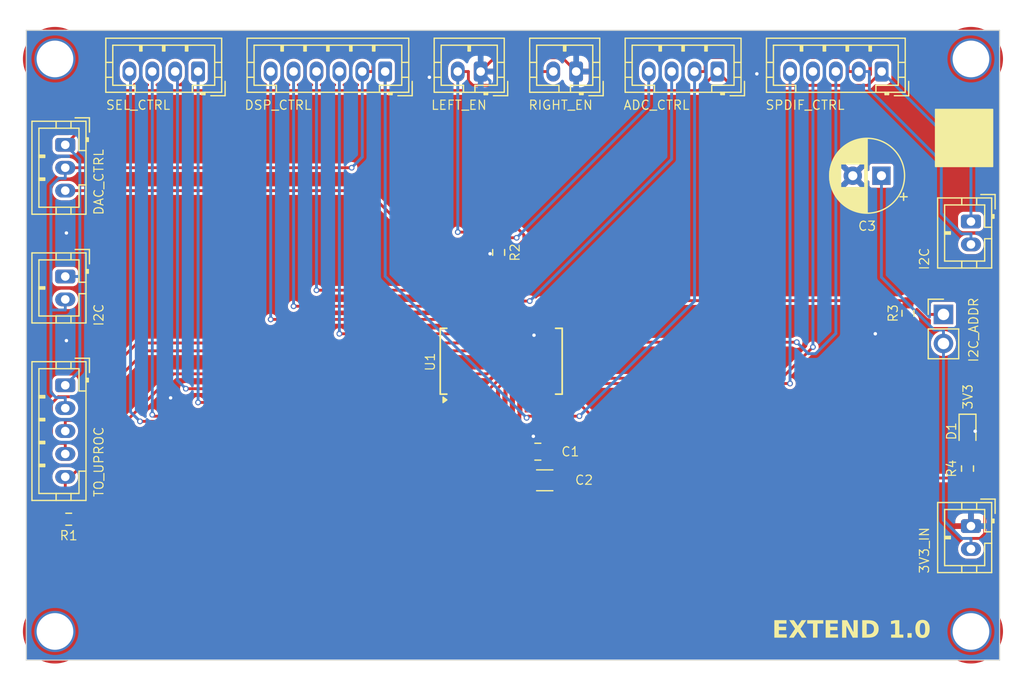
<source format=kicad_pcb>
(kicad_pcb (version 20240108) (generator "pcbnew") (generator_version "8.0")
  (layers (0 "F.Cu" signal) (31 "B.Cu" signal) (34 "B.Paste" user) (35 "F.Paste" user) (36 "B.SilkS" user "B.Silkscreen") (37 "F.SilkS" user "F.Silkscreen") (38 "B.Mask" user) (39 "F.Mask" user) (44 "Edge.Cuts" user))
  (net 0 "")
  (net 1 "GND")
  (net 2 "3V3")
  (net 3 "Net-(D1-A)")
  (net 5 "SCL")
  (net 6 "SDA")
  (net 8 "ADC_GPIO1")
  (net 9 "ADC_INT")
  (net 10 "A2")
  (net 11 "INTB")
  (net 12 "INTA")
  (net 13 "SPDIF_RESET")
  (net 14 "CHANSEL2")
  (net 15 "CHANSEL1")
  (net 16 "CHAN_EN")
  (net 17 "CHANSEL3")
  (net 18 "DSP_EN3")
  (net 19 "DSP_EN2")
  (net 20 "DSP_EN1")
  (net 21 "RESET")
  (net 22 "SPDIF_INT1")
  (net 23 "SPDIF_INT2")
  (net 24 "DSP_BOOT")
  (net 26 "MONOBLOCK_ENABLE")
  (net 27 "DAC_XSMT")
  (footprint "Connector_JST:JST_PH_B6B-PH-K_1x06_P2.00mm_Vertical" (layer "F.Cu") (at 117.24 67.1 180)
    (property "Reference" "J4" (hide yes))
    (property "Value" "Conn_01x06_Pin")
    (pad "1" thru_hole roundrect (at 0 0 180) (size 1.2 1.75) (drill 0.75) (layers "*.Cu" "*.Mask") (roundrect_rratio 0.208333) (net 5 "SCL"))
    (pad "2" thru_hole oval (at 2 0 180) (size 1.2 1.75) (drill 0.75) (layers "*.Cu" "*.Mask") (net 6 "SDA"))
    (pad "3" thru_hole oval (at 4 0 180) (size 1.2 1.75) (drill 0.75) (layers "*.Cu" "*.Mask") (net 20 "DSP_EN1"))
    (pad "4" thru_hole oval (at 6 0 180) (size 1.2 1.75) (drill 0.75) (layers "*.Cu" "*.Mask") (net 19 "DSP_EN2"))
    (pad "5" thru_hole oval (at 8 0 180) (size 1.2 1.75) (drill 0.75) (layers "*.Cu" "*.Mask") (net 18 "DSP_EN3"))
    (pad "6" thru_hole oval (at 10 0 180) (size 1.2 1.75) (drill 0.75) (layers "*.Cu" "*.Mask") (net 24 "DSP_BOOT"))
  )
  (footprint "Connector_JST:JST_PH_B5B-PH-K_1x05_P2.00mm_Vertical" (layer "F.Cu") (at 89.3 94.5 -90)
    (property "Reference" "J2" (hide yes))
    (property "Value" "Conn_01x05_Pin")
    (pad "1" thru_hole roundrect (at 0 0 270) (size 1.2 1.75) (drill 0.75) (layers "*.Cu" "*.Mask") (roundrect_rratio 0.2083333333) (net 5 "SCL"))
    (pad "2" thru_hole oval (at 2 0 270) (size 1.2 1.75) (drill 0.75) (layers "*.Cu" "*.Mask") (net 6 "SDA"))
    (pad "3" thru_hole oval (at 4 0 270) (size 1.2 1.75) (drill 0.75) (layers "*.Cu" "*.Mask") (net 11 "INTB"))
    (pad "4" thru_hole oval (at 6 0 270) (size 1.2 1.75) (drill 0.75) (layers "*.Cu" "*.Mask") (net 12 "INTA"))
    (pad "5" thru_hole oval (at 8 0 270) (size 1.2 1.75) (drill 0.75) (layers "*.Cu" "*.Mask") (net 21 "RESET"))
  )
  (footprint "Capacitor_THT:CP_Radial_D6.3mm_P2.50mm" (layer "F.Cu") (at 160.5824 76.2 180)
    (property "Reference" "C3" (at 1.25 -4.4 0) (layer "F.SilkS") (effects (font (size 0.8 0.8) (thickness 0.1))))
    (property "Value" "470u 10V")
    (pad "1" thru_hole rect (at 0 0 180) (size 1.6 1.6) (drill 0.8) (layers "*.Cu" "*.Mask") (net 2 "3V3"))
    (pad "2" thru_hole circle (at 2.5 0 180) (size 1.6 1.6) (drill 0.8) (layers "*.Cu" "*.Mask") (net 1 "GND"))
  )
  (footprint "MountingHole:MountingHole_3.2mm_M3_DIN965_Pad_TopOnly" (layer "F.Cu") (at 88.4 66 90)
    (property "Reference" "H1" (hide yes))
    (property "Value" "MountingHole")
    (pad "1" thru_hole circle (at 0 0 90) (size 3.6 3.6) (drill 3.2) (layers "*.Cu" "*.Mask"))
    (pad "1" connect circle (at 0 0 90) (size 5.6 5.6) (layers "F.Cu" "F.Mask"))
  )
  (footprint "MountingHole:MountingHole_3.2mm_M3_DIN965_Pad_TopOnly" (layer "F.Cu") (at 88.4 116 90)
    (property "Reference" "H2" (hide yes))
    (property "Value" "MountingHole")
    (pad "1" thru_hole circle (at 0 0 90) (size 3.6 3.6) (drill 3.2) (layers "*.Cu" "*.Mask"))
    (pad "1" connect circle (at 0 0 90) (size 5.6 5.6) (layers "F.Cu" "F.Mask"))
  )
  (footprint "MountingHole:MountingHole_3.2mm_M3_DIN965_Pad_TopOnly" (layer "F.Cu") (at 168.4 66 90)
    (property "Reference" "H3" (hide yes))
    (property "Value" "MountingHole")
    (pad "1" thru_hole circle (at 0 0 90) (size 3.6 3.6) (drill 3.2) (layers "*.Cu" "*.Mask"))
    (pad "1" connect circle (at 0 0 90) (size 5.6 5.6) (layers "F.Cu" "F.Mask"))
  )
  (footprint "Connector_JST:JST_PH_B2B-PH-K_1x02_P2.00mm_Vertical" (layer "F.Cu") (at 89.3 85 -90)
    (property "Reference" "J1" (hide yes))
    (property "Value" "Conn_01x02_Male")
    (pad "1" thru_hole roundrect (at 0 0 270) (size 1.2 1.75) (drill 0.75) (layers "*.Cu" "*.Mask") (roundrect_rratio 0.208333) (net 5 "SCL"))
    (pad "2" thru_hole oval (at 2 0 270) (size 1.2 1.75) (drill 0.75) (layers "*.Cu" "*.Mask") (net 6 "SDA"))
  )
  (footprint "Connector_JST:JST_PH_B5B-PH-K_1x05_P2.00mm_Vertical" (layer "F.Cu") (at 160.6 67.1 180)
    (property "Reference" "J8" (hide yes))
    (property "Value" "Conn_01x05_Pin")
    (pad "1" thru_hole roundrect (at 0 0 180) (size 1.2 1.75) (drill 0.75) (layers "*.Cu" "*.Mask") (roundrect_rratio 0.208333) (net 5 "SCL"))
    (pad "2" thru_hole oval (at 2 0 180) (size 1.2 1.75) (drill 0.75) (layers "*.Cu" "*.Mask") (net 6 "SDA"))
    (pad "3" thru_hole oval (at 4 0 180) (size 1.2 1.75) (drill 0.75) (layers "*.Cu" "*.Mask") (net 22 "SPDIF_INT1"))
    (pad "4" thru_hole oval (at 6 0 180) (size 1.2 1.75) (drill 0.75) (layers "*.Cu" "*.Mask") (net 23 "SPDIF_INT2"))
    (pad "5" thru_hole oval (at 8 0 180) (size 1.2 1.75) (drill 0.75) (layers "*.Cu" "*.Mask") (net 13 "SPDIF_RESET"))
  )
  (footprint "Connector_JST:JST_PH_B4B-PH-K_1x04_P2.00mm_Vertical" (layer "F.Cu") (at 100.9 67.1 180)
    (property "Reference" "J3" (hide yes))
    (property "Value" "Conn_01x04_Pin")
    (pad "1" thru_hole roundrect (at 0 0 180) (size 1.2 1.75) (drill 0.75) (layers "*.Cu" "*.Mask") (roundrect_rratio 0.208333) (net 15 "CHANSEL1"))
    (pad "2" thru_hole oval (at 2 0 180) (size 1.2 1.75) (drill 0.75) (layers "*.Cu" "*.Mask") (net 14 "CHANSEL2"))
    (pad "3" thru_hole oval (at 4 0 180) (size 1.2 1.75) (drill 0.75) (layers "*.Cu" "*.Mask") (net 17 "CHANSEL3"))
    (pad "4" thru_hole oval (at 6 0 180) (size 1.2 1.75) (drill 0.75) (layers "*.Cu" "*.Mask") (net 16 "CHAN_EN"))
  )
  (footprint "Connector_JST:JST_PH_B2B-PH-K_1x02_P2.00mm_Vertical" (layer "F.Cu") (at 125.58 67.1 180)
    (property "Reference" "J5" (hide yes))
    (property "Value" "Conn_01x02_Male")
    (pad "1" thru_hole roundrect (at 0 0 180) (size 1.2 1.75) (drill 0.75) (layers "*.Cu" "*.Mask") (roundrect_rratio 0.208333) (net 1 "GND"))
    (pad "2" thru_hole oval (at 2 0 180) (size 1.2 1.75) (drill 0.75) (layers "*.Cu" "*.Mask") (net 26 "MONOBLOCK_ENABLE"))
  )
  (footprint "Connector_JST:JST_PH_B4B-PH-K_1x04_P2.00mm_Vertical" (layer "F.Cu") (at 146.26 67.1 180)
    (property "Reference" "J7" (hide yes))
    (property "Value" "Conn_01x04_Pin")
    (pad "1" thru_hole roundrect (at 0 0 180) (size 1.2 1.75) (drill 0.75) (layers "*.Cu" "*.Mask") (roundrect_rratio 0.208333) (net 5 "SCL"))
    (pad "2" thru_hole oval (at 2 0 180) (size 1.2 1.75) (drill 0.75) (layers "*.Cu" "*.Mask") (net 6 "SDA"))
    (pad "3" thru_hole oval (at 4 0 180) (size 1.2 1.75) (drill 0.75) (layers "*.Cu" "*.Mask") (net 8 "ADC_GPIO1"))
    (pad "4" thru_hole oval (at 6 0 180) (size 1.2 1.75) (drill 0.75) (layers "*.Cu" "*.Mask") (net 9 "ADC_INT"))
  )
  (footprint "Resistor_SMD:R_0603_1608Metric_Pad0.98x0.95mm_HandSolder" (layer "F.Cu") (at 127.15 82.9 -90)
    (property "Reference" "R2" (at 0 -1.43 90) (layer "F.SilkS") (effects (font (size 0.8 0.8) (thickness 0.1))))
    (property "Value" "4.7K")
    (pad "1" smd roundrect (at -0.9125 0 270) (size 0.975 0.95) (layers "F.Cu" "F.Paste" "F.Mask") (net 1 "GND"))
    (pad "2" smd roundrect (at 0.9125 0 270) (size 0.975 0.95) (layers "F.Cu" "F.Paste" "F.Mask") (net 26 "MONOBLOCK_ENABLE"))
  )
  (footprint "Resistor_SMD:R_0603_1608Metric" (layer "F.Cu") (at 168.1 101.775 -90)
    (property "Reference" "R4" (at 0 1.4 90) (layer "F.SilkS") (effects (font (size 0.8 0.8) (thickness 0.1))))
    (property "Value" "150R")
    (pad "1" smd roundrect (at -0.825 0 270) (size 0.8 0.95) (layers "F.Cu" "F.Paste" "F.Mask") (net 3 "Net-(D1-A)"))
    (pad "2" smd roundrect (at 0.825 0 270) (size 0.8 0.95) (layers "F.Cu" "F.Paste" "F.Mask") (net 2 "3V3"))
  )
  (footprint "Connector_JST:JST_PH_B2B-PH-K_1x02_P2.00mm_Vertical" (layer "F.Cu") (at 168.4 80.2 -90)
    (property "Reference" "J10" (hide yes))
    (property "Value" "Conn_01x02_Male")
    (pad "1" thru_hole roundrect (at 0 0 270) (size 1.2 1.75) (drill 0.75) (layers "*.Cu" "*.Mask") (roundrect_rratio 0.208333) (net 5 "SCL"))
    (pad "2" thru_hole oval (at 2 0 270) (size 1.2 1.75) (drill 0.75) (layers "*.Cu" "*.Mask") (net 6 "SDA"))
  )
  (footprint "Connector_JST:JST_PH_B2B-PH-K_1x02_P2.00mm_Vertical" (layer "F.Cu") (at 133.92 67.1 180)
    (property "Reference" "J6" (hide yes))
    (property "Value" "Conn_01x02_Male")
    (pad "1" thru_hole roundrect (at 0 0 180) (size 1.2 1.75) (drill 0.75) (layers "*.Cu" "*.Mask") (roundrect_rratio 0.208333) (net 1 "GND"))
    (pad "2" thru_hole oval (at 2 0 180) (size 1.2 1.75) (drill 0.75) (layers "*.Cu" "*.Mask") (net 26 "MONOBLOCK_ENABLE"))
  )
  (footprint "Capacitor_SMD:C_0805_2012Metric_Pad1.18x1.45mm_HandSolder" (layer "F.Cu") (at 130.575 100.3 180)
    (property "Reference" "C1" (at -2.8375 0 0) (layer "F.SilkS") (effects (font (size 0.8 0.8) (thickness 0.1))))
    (property "Value" "0.1u")
    (pad "1" smd roundrect (at -1.0375 0 180) (size 1.175 1.45) (layers "F.Cu" "F.Paste" "F.Mask") (roundrect_rratio 0.2127659574) (net 1 "GND"))
    (pad "2" smd roundrect (at 1.0375 0 180) (size 1.175 1.45) (layers "F.Cu" "F.Paste" "F.Mask") (roundrect_rratio 0.2127659574) (net 2 "3V3"))
  )
  (footprint "Connector_JST:JST_PH_B2B-PH-K_1x02_P2.00mm_Vertical" (layer "F.Cu") (at 168.4 106.8 -90)
    (property "Reference" "J11" (hide yes))
    (property "Value" "Conn_01x02_Pin")
    (pad "1" thru_hole roundrect (at 0 0 270) (size 1.2 1.75) (drill 0.75) (layers "*.Cu" "*.Mask") (roundrect_rratio 0.208333) (net 1 "GND"))
    (pad "2" thru_hole oval (at 2 0 270) (size 1.2 1.75) (drill 0.75) (layers "*.Cu" "*.Mask") (net 2 "3V3"))
  )
  (footprint "Resistor_SMD:R_0603_1608Metric_Pad0.98x0.95mm_HandSolder" (layer "F.Cu") (at 89.6 106.2 180)
    (property "Reference" "R1" (at 0 -1.43 0) (layer "F.SilkS") (effects (font (size 0.8 0.8) (thickness 0.1))))
    (property "Value" "4.7K")
    (pad "1" smd roundrect (at -0.9125 0 180) (size 0.975 0.95) (layers "F.Cu" "F.Paste" "F.Mask") (net 1 "GND"))
    (pad "2" smd roundrect (at 0.9125 0 180) (size 0.975 0.95) (layers "F.Cu" "F.Paste" "F.Mask") (net 21 "RESET"))
  )
  (footprint "Capacitor_SMD:C_1206_3216Metric_Pad1.33x1.80mm_HandSolder" (layer "F.Cu") (at 131.175 102.8 180)
    (property "Reference" "C2" (at -3.4375 0.02 0) (layer "F.SilkS") (effects (font (size 0.8 0.8) (thickness 0.1))))
    (property "Value" "10U")
    (pad "1" smd roundrect (at -1.5625 0 180) (size 1.325 1.8) (layers "F.Cu" "F.Paste" "F.Mask") (roundrect_rratio 0.1886792453) (net 1 "GND"))
    (pad "2" smd roundrect (at 1.5625 0 180) (size 1.325 1.8) (layers "F.Cu" "F.Paste" "F.Mask") (roundrect_rratio 0.1886792453) (net 2 "3V3"))
  )
  (footprint "LED_SMD:LED_0603_1608Metric" (layer "F.Cu") (at 168.1 98.5125 -90)
    (property "Reference" "D1" (at 0 1.4 90) (layer "F.SilkS") (effects (font (size 0.8 0.8) (thickness 0.1))))
    (property "Value" "BLUE")
    (pad "1" smd roundrect (at -0.7875 0 270) (size 0.875 0.95) (layers "F.Cu" "F.Paste" "F.Mask") (net 1 "GND"))
    (pad "2" smd roundrect (at 0.7875 0 270) (size 0.875 0.95) (layers "F.Cu" "F.Paste" "F.Mask") (net 3 "Net-(D1-A)"))
  )
  (footprint "MountingHole:MountingHole_3.2mm_M3_DIN965_Pad_TopOnly" (layer "F.Cu") (at 168.4 116 90)
    (property "Reference" "H4" (hide yes))
    (property "Value" "MountingHole")
    (pad "1" thru_hole circle (at 0 0 90) (size 3.6 3.6) (drill 3.2) (layers "*.Cu" "*.Mask"))
    (pad "1" connect circle (at 0 0 90) (size 5.6 5.6) (layers "F.Cu" "F.Mask"))
  )
  (footprint "Connector_PinHeader_2.54mm:PinHeader_1x02_P2.54mm_Vertical" (layer "F.Cu") (at 166 88.3125)
    (property "Reference" "J9" (hide yes))
    (property "Value" "Conn_01x02_Pin")
    (pad "1" thru_hole rect (at 0 0) (size 1.7 1.7) (drill 1) (layers "*.Cu" "*.Mask") (net 10 "A2"))
    (pad "2" thru_hole oval (at 0 2.54) (size 1.7 1.7) (drill 1) (layers "*.Cu" "*.Mask") (net 2 "3V3"))
  )
  (footprint "Connector_JST:JST_PH_B3B-PH-K_1x03_P2.00mm_Vertical" (layer "F.Cu") (at 89.3 73.5 -90)
    (property "Reference" "J12" (hide yes))
    (property "Value" "Conn_01x03_Pin")
    (pad "1" thru_hole roundrect (at 0 0 270) (size 1.2 1.75) (drill 0.75) (layers "*.Cu" "*.Mask") (roundrect_rratio 0.208333) (net 5 "SCL"))
    (pad "2" thru_hole oval (at 2 0 270) (size 1.2 1.75) (drill 0.75) (layers "*.Cu" "*.Mask") (net 6 "SDA"))
    (pad "3" thru_hole oval (at 4 0 270) (size 1.2 1.75) (drill 0.75) (layers "*.Cu" "*.Mask") (net 27 "DAC_XSMT"))
  )
  (footprint "Package_SO:SSOP-28_5.3x10.2mm_P0.65mm" (layer "F.Cu") (at 127.375 92.4 90)
    (property "Reference" "U1" (at -0.0625 -6.2 90) (layer "F.SilkS") (effects (font (size 0.8 0.8) (thickness 0.1))))
    (property "Value" "MCP23017_SS")
    (pad "1" smd rect (at -3.6 -4.225 90) (size 1.75 0.45) (layers "F.Cu" "F.Paste" "F.Mask") (net 15 "CHANSEL1"))
    (pad "2" smd rect (at -3.6 -3.575 90) (size 1.75 0.45) (layers "F.Cu" "F.Paste" "F.Mask") (net 14 "CHANSEL2"))
    (pad "3" smd rect (at -3.6 -2.925 90) (size 1.75 0.45) (layers "F.Cu" "F.Paste" "F.Mask") (net 17 "CHANSEL3"))
    (pad "4" smd rect (at -3.6 -2.275 90) (size 1.75 0.45) (layers "F.Cu" "F.Paste" "F.Mask") (net 16 "CHAN_EN"))
    (pad "5" smd rect (at -3.6 -1.625 90) (size 1.75 0.45) (layers "F.Cu" "F.Paste" "F.Mask"))
    (pad "6" smd rect (at -3.6 -0.975 90) (size 1.75 0.45) (layers "F.Cu" "F.Paste" "F.Mask") (net 22 "SPDIF_INT1"))
    (pad "7" smd rect (at -3.6 -0.325 90) (size 1.75 0.45) (layers "F.Cu" "F.Paste" "F.Mask") (net 23 "SPDIF_INT2"))
    (pad "8" smd rect (at -3.6 0.325 90) (size 1.75 0.45) (layers "F.Cu" "F.Paste" "F.Mask") (net 13 "SPDIF_RESET"))
    (pad "9" smd rect (at -3.6 0.975 90) (size 1.75 0.45) (layers "F.Cu" "F.Paste" "F.Mask") (net 2 "3V3"))
    (pad "10" smd rect (at -3.6 1.625 90) (size 1.75 0.45) (layers "F.Cu" "F.Paste" "F.Mask") (net 1 "GND"))
    (pad "11" smd rect (at -3.6 2.275 90) (size 1.75 0.45) (layers "F.Cu" "F.Paste" "F.Mask"))
    (pad "12" smd rect (at -3.6 2.925 90) (size 1.75 0.45) (layers "F.Cu" "F.Paste" "F.Mask") (net 5 "SCL"))
    (pad "13" smd rect (at -3.6 3.575 90) (size 1.75 0.45) (layers "F.Cu" "F.Paste" "F.Mask") (net 6 "SDA"))
    (pad "14" smd rect (at -3.6 4.225 90) (size 1.75 0.45) (layers "F.Cu" "F.Paste" "F.Mask"))
    (pad "15" smd rect (at 3.6 4.225 90) (size 1.75 0.45) (layers "F.Cu" "F.Paste" "F.Mask") (net 1 "GND"))
    (pad "16" smd rect (at 3.6 3.575 90) (size 1.75 0.45) (layers "F.Cu" "F.Paste" "F.Mask") (net 1 "GND"))
    (pad "17" smd rect (at 3.6 2.925 90) (size 1.75 0.45) (layers "F.Cu" "F.Paste" "F.Mask") (net 10 "A2"))
    (pad "18" smd rect (at 3.6 2.275 90) (size 1.75 0.45) (layers "F.Cu" "F.Paste" "F.Mask") (net 21 "RESET"))
    (pad "19" smd rect (at 3.6 1.625 90) (size 1.75 0.45) (layers "F.Cu" "F.Paste" "F.Mask") (net 11 "INTB"))
    (pad "20" smd rect (at 3.6 0.975 90) (size 1.75 0.45) (layers "F.Cu" "F.Paste" "F.Mask") (net 12 "INTA"))
    (pad "21" smd rect (at 3.6 0.325 90) (size 1.75 0.45) (layers "F.Cu" "F.Paste" "F.Mask") (net 8 "ADC_GPIO1"))
    (pad "22" smd rect (at 3.6 -0.325 90) (size 1.75 0.45) (layers "F.Cu" "F.Paste" "F.Mask") (net 9 "ADC_INT"))
    (pad "23" smd rect (at 3.6 -0.975 90) (size 1.75 0.45) (layers "F.Cu" "F.Paste" "F.Mask") (net 26 "MONOBLOCK_ENABLE"))
    (pad "24" smd rect (at 3.6 -1.625 90) (size 1.75 0.45) (layers "F.Cu" "F.Paste" "F.Mask") (net 27 "DAC_XSMT"))
    (pad "25" smd rect (at 3.6 -2.275 90) (size 1.75 0.45) (layers "F.Cu" "F.Paste" "F.Mask") (net 20 "DSP_EN1"))
    (pad "26" smd rect (at 3.6 -2.925 90) (size 1.75 0.45) (layers "F.Cu" "F.Paste" "F.Mask") (net 19 "DSP_EN2"))
    (pad "27" smd rect (at 3.6 -3.575 90) (size 1.75 0.45) (layers "F.Cu" "F.Paste" "F.Mask") (net 18 "DSP_EN3"))
    (pad "28" smd rect (at 3.6 -4.225 90) (size 1.75 0.45) (layers "F.Cu" "F.Paste" "F.Mask") (net 24 "DSP_BOOT"))
  )
  (footprint "Resistor_SMD:R_0603_1608Metric_Pad0.98x0.95mm_HandSolder" (layer "F.Cu") (at 162.9 88.2125 -90)
    (property "Reference" "R3" (at 0 1.3 90) (layer "F.SilkS") (effects (font (size 0.8 0.8) (thickness 0.1))))
    (property "Value" "4.7K")
    (pad "1" smd roundrect (at -0.9125 0 270) (size 0.975 0.95) (layers "F.Cu" "F.Paste" "F.Mask") (net 10 "A2"))
    (pad "2" smd roundrect (at 0.9125 0 270) (size 0.975 0.95) (layers "F.Cu" "F.Paste" "F.Mask") (net 1 "GND"))
  )
  (gr_rect (start 165.3 70.4) (end 170.3 75.4) (stroke (width 0.1)) (fill solid) (layer "F.SilkS"))
  (gr_line (start 170.9 63.5) (end 170.9 118.5) (stroke (width 0.1)) (layer "Edge.Cuts"))
  (gr_line (start 85.9 63.5) (end 170.9 63.5) (stroke (width 0.1)) (layer "Edge.Cuts"))
  (gr_line (start 85.9 118.5) (end 85.9 63.5) (stroke (width 0.1)) (layer "Edge.Cuts"))
  (gr_line (start 170.9 118.5) (end 85.9 118.5) (stroke (width 0.1)) (layer "Edge.Cuts"))
  (gr_text "ADC_CTRL" (at 138 70.5 0) (layer "F.SilkS") (effects (font (size 0.8 0.8) (thickness 0.1)) (justify left bottom)))
  (gr_text "RIGHT_EN\n" (at 129.7 70.5 0) (layer "F.SilkS") (effects (font (size 0.8 0.8) (thickness 0.1)) (justify left bottom)))
  (gr_text "3V3" (at 168.599979 96.675 90) (layer "F.SilkS") (effects (font (size 0.8 0.8) (thickness 0.1)) (justify left bottom)))
  (gr_text "SPDIF_CTRL" (at 150.4 70.5 0) (layer "F.SilkS") (effects (font (size 0.8 0.8) (thickness 0.1)) (justify left bottom)))
  (gr_text "LEFT_EN" (at 121.2 70.5 0) (layer "F.SilkS") (effects (font (size 0.8 0.8) (thickness 0.1)) (justify left bottom)))
  (gr_text "SEL_CTRL" (at 92.8 70.5 0) (layer "F.SilkS") (effects (font (size 0.8 0.8) (thickness 0.1)) (justify left bottom)))
  (gr_text "I2C" (at 92.7 89.4 90) (layer "F.SilkS") (effects (font (size 0.8 0.8) (thickness 0.1)) (justify left bottom)))
  (gr_text "I2C_ADDR" (at 169.1 92.5525 90) (layer "F.SilkS") (effects (font (size 0.8 0.8) (thickness 0.1)) (justify left bottom)))
  (gr_text "I2C" (at 164.8 84.5 90) (layer "F.SilkS") (effects (font (size 0.8 0.8) (thickness 0.1)) (justify left bottom)))
  (gr_text "3V3_IN" (at 164.8 111 90) (layer "F.SilkS") (effects (font (size 0.8 0.8) (thickness 0.1)) (justify left bottom)))
  (gr_text "EXTEND 1.0" (at 164.9 116.8 0) (layer "F.SilkS") (effects (font (size 1.5 1.5) (thickness 0.1) (bold yes)) (justify right bottom)))
  (gr_text "DSP_CTRL" (at 104.9 70.5 0) (layer "F.SilkS") (effects (font (size 0.8 0.8) (thickness 0.1)) (justify left bottom)))
  (gr_text "DAC_CTRL" (at 92.7 79.7 90) (layer "F.SilkS") (effects (font (size 0.8 0.8) (thickness 0.1)) (justify left bottom)))
  (gr_text "TO_UPROC" (at 92.7 104.325 90) (layer "F.SilkS") (effects (font (size 0.8 0.8) (thickness 0.1)) (justify left bottom)))
  (segment (start 162.9 89.125) (end 162.0233 90.0017) (width 0.25) (layer "F.Cu") (net 1))
  (segment (start 131.6 90.0017) (end 130.3638 90.0017) (width 0.25) (layer "F.Cu") (net 1))
  (segment (start 126.3998 83.0144) (end 126.3998 82.7377) (width 0.25) (layer "F.Cu") (net 1))
  (segment (start 126.3998 82.7377) (end 127.15 81.9875) (width 0.25) (layer "F.Cu") (net 1))
  (segment (start 130.3638 90.0017) (end 130.2377 90.1278) (width 0.25) (layer "F.Cu") (net 1))
  (segment (start 130.95 87.5983) (end 131.6 87.5983) (width 0.25) (layer "F.Cu") (net 1))
  (segment (start 132.7162 65.8962) (end 133.92 67.1) (width 0.25) (layer "F.Cu") (net 1))
  (segment (start 131.6125 100.3) (end 130.2695 98.957) (width 0.25) (layer "F.Cu") (net 1))
  (segment (start 126.7838 65.8962) (end 132.7162 65.8962) (width 0.25) (layer "F.Cu") (net 1))
  (segment (start 129 97.7763) (end 130.1807 98.957) (width 0.25) (layer "F.Cu") (net 1))
  (segment (start 168.7682 98.5134) (end 168.7682 98.3932) (width 0.25) (layer "F.Cu") (net 1))
  (segment (start 131.6 88.8) (end 131.6 87.5983) (width 0.25) (layer "F.Cu") (net 1))
  (segment (start 131.6125 101.675) (end 131.6125 100.3) (width 0.25) (layer "F.Cu") (net 1))
  (segment (start 168.7682 98.3932) (end 168.1 97.725) (width 0.25) (layer "F.Cu") (net 1))
  (segment (start 90.5125 106.2) (end 129.3375 106.2) (width 0.25) (layer "F.Cu") (net 1))
  (segment (start 129.3375 106.2) (end 132.7375 102.8) (width 0.25) (layer "F.Cu") (net 1))
  (segment (start 129 96) (end 129 97.7763) (width 0.25) (layer "F.Cu") (net 1))
  (segment (start 132.7375 102.8) (end 131.6125 101.675) (width 0.25) (layer "F.Cu") (net 1))
  (segment (start 130.95 88.8) (end 130.95 87.5983) (width 0.25) (layer "F.Cu") (net 1))
  (segment (start 131.6 88.8) (end 131.6 90.0017) (width 0.25) (layer "F.Cu") (net 1))
  (segment (start 162.0233 91.6483) (end 162.0233 90.0017) (width 0.25) (layer "F.Cu") (net 1))
  (segment (start 130.2695 98.957) (end 130.1807 98.957) (width 0.25) (layer "F.Cu") (net 1))
  (segment (start 162.0233 90.0017) (end 160.0462 90.0017) (width 0.25) (layer "F.Cu") (net 1))
  (segment (start 168.1 97.725) (end 162.0233 91.6483) (width 0.25) (layer "F.Cu") (net 1))
  (segment (start 160.0462 90.0017) (end 131.6 90.0017) (width 0.25) (layer "F.Cu") (net 1))
  (segment (start 125.58 67.1) (end 126.7838 65.8962) (width 0.25) (layer "F.Cu") (net 1))
  (via (at 160.0462 90.0017) (size 0.5) (drill 0.3) (layers "F.Cu" "B.Cu") (net 1))
  (via (at 130.1807 98.957) (size 0.5) (drill 0.3) (layers "F.Cu" "B.Cu") (net 1))
  (via (at 89.4 81.2) (size 0.5) (drill 0.3) (layers "F.Cu" "B.Cu") (net 1))
  (via (at 121.1 67.6) (size 0.5) (drill 0.3) (layers "F.Cu" "B.Cu") (net 1))
  (via (at 130.2377 90.1278) (size 0.5) (drill 0.3) (layers "F.Cu" "B.Cu") (net 1))
  (via (at 149.7 67.3) (size 0.5) (drill 0.3) (layers "F.Cu" "B.Cu") (net 1))
  (via (at 168.7682 98.5134) (size 0.5) (drill 0.3) (layers "F.Cu" "B.Cu") (net 1))
  (via (at 98.5 95.6) (size 0.5) (drill 0.3) (layers "F.Cu" "B.Cu") (net 1))
  (via (at 126.3998 83.0144) (size 0.5) (drill 0.3) (layers "F.Cu" "B.Cu") (net 1))
  (via (at 89.4 90.6) (size 0.5) (drill 0.3) (layers "F.Cu" "B.Cu") (net 1))
  (segment (start 168.4 98.8816) (end 168.7682 98.5134) (width 0.25) (layer "B.Cu") (net 1))
  (segment (start 130.1807 90.1278) (end 130.2377 90.1278) (width 0.25) (layer "B.Cu") (net 1))
  (segment (start 158.0824 76.2) (end 160.0462 78.1638) (width 0.25) (layer "B.Cu") (net 1))
  (segment (start 126.3998 83.0144) (end 126.3998 86.3469) (width 0.25) (layer "B.Cu") (net 1))
  (segment (start 168.4 106.8) (end 168.4 98.8816) (width 0.25) (layer "B.Cu") (net 1))
  (segment (start 160.0462 78.1638) (end 160.0462 90.0017) (width 0.25) (layer "B.Cu") (net 1))
  (segment (start 130.1807 90.1278) (end 130.1807 98.957) (width 0.25) (layer "B.Cu") (net 1))
  (segment (start 126.3998 86.3469) (end 130.1807 90.1278) (width 0.25) (layer "B.Cu") (net 1))
  (segment (start 126.3998 67.9198) (end 126.3998 83.0144) (width 0.25) (layer "B.Cu") (net 1))
  (segment (start 125.58 67.1) (end 126.3998 67.9198) (width 0.25) (layer "B.Cu") (net 1))
  (segment (start 129.5375 100.3) (end 128.35 99.1125) (width 0.25) (layer "F.Cu") (net 2))
  (segment (start 128.35 96) (end 128.35 94.7983) (width 0.25) (layer "F.Cu") (net 2))
  (segment (start 140.696 102.6) (end 132.8943 94.7983) (width 0.25) (layer "F.Cu") (net 2))
  (segment (start 168.4 107.8733) (end 169.1929 107.8733) (width 0.25) (layer "F.Cu") (net 2))
  (segment (start 132.8943 94.7983) (end 128.35 94.7983) (width 0.25) (layer "F.Cu") (net 2))
  (segment (start 129.5375 102.725) (end 129.5375 100.3) (width 0.25) (layer "F.Cu") (net 2))
  (segment (start 168.4 108.8) (end 168.4 107.8733) (width 0.25) (layer "F.Cu") (net 2))
  (segment (start 169.6068 104.1068) (end 168.1 102.6) (width 0.25) (layer "F.Cu") (net 2))
  (segment (start 128.35 99.1125) (end 128.35 96) (width 0.25) (layer "F.Cu") (net 2))
  (segment (start 129.6125 102.8) (end 129.5375 102.725) (width 0.25) (layer "F.Cu") (net 2))
  (segment (start 168.1 102.6) (end 140.696 102.6) (width 0.25) (layer "F.Cu") (net 2))
  (segment (start 169.1929 107.8733) (end 169.6068 107.4594) (width 0.25) (layer "F.Cu") (net 2))
  (segment (start 169.6068 107.4594) (end 169.6068 104.1068) (width 0.25) (layer "F.Cu") (net 2))
  (segment (start 165.191 89.6758) (end 160.5824 85.0672) (width 0.25) (layer "B.Cu") (net 2))
  (segment (start 168.4 108.8) (end 168.4 107.8733) (width 0.25) (layer "B.Cu") (net 2))
  (segment (start 166 106.2842) (end 166 90.8525) (width 0.25) (layer "B.Cu") (net 2))
  (segment (start 168.4 107.8733) (end 167.5891 107.8733) (width 0.25) (layer "B.Cu") (net 2))
  (segment (start 166 89.6758) (end 165.191 89.6758) (width 0.25) (layer "B.Cu") (net 2))
  (segment (start 166 90.8525) (end 166 89.6758) (width 0.25) (layer "B.Cu") (net 2))
  (segment (start 160.5824 85.0672) (end 160.5824 76.2) (width 0.25) (layer "B.Cu") (net 2))
  (segment (start 167.5891 107.8733) (end 166 106.2842) (width 0.25) (layer "B.Cu") (net 2))
  (segment (start 168.1 99.3) (end 168.1 100.95) (width 0.25) (layer "F.Cu") (net 3))
  (segment (start 159.3941 68.3059) (end 160.6 67.1) (width 0.25) (layer "F.Cu") (net 5))
  (segment (start 129.7336 97.2017) (end 129.5937 97.3416) (width 0.25) (layer "F.Cu") (net 5))
  (segment (start 94.0382 68.7618) (end 117.24 68.7618) (width 0.25) (layer "F.Cu") (net 5))
  (segment (start 147.4659 68.3059) (end 159.3941 68.3059) (width 0.25) (layer "F.Cu") (net 5))
  (segment (start 146.26 67.1) (end 147.4659 68.3059) (width 0.25) (layer "F.Cu") (net 5))
  (segment (start 130.3 96) (end 130.3 97.2017) (width 0.25) (layer "F.Cu") (net 5))
  (segment (start 144.5982 68.7618) (end 117.24 68.7618) (width 0.25) (layer "F.Cu") (net 5))
  (segment (start 130.3 97.2017) (end 129.7336 97.2017) (width 0.25) (layer "F.Cu") (net 5))
  (segment (start 117.24 68.7618) (end 117.24 67.1) (width 0.25) (layer "F.Cu") (net 5))
  (segment (start 89.3 73.5) (end 94.0382 68.7618) (width 0.25) (layer "F.Cu") (net 5))
  (segment (start 146.26 67.1) (end 144.5982 68.7618) (width 0.25) (layer "F.Cu") (net 5))
  (via (at 129.5937 97.3416) (size 0.5) (drill 0.3) (layers "F.Cu" "B.Cu") (net 5))
  (segment (start 90.5706 74.7706) (end 89.3 73.5) (width 0.25) (layer "B.Cu") (net 5))
  (segment (start 117.24 67.1) (end 117.24 84.9879) (width 0.25) (layer "B.Cu") (net 5))
  (segment (start 160.6 67.1) (end 168.4 74.9) (width 0.25) (layer "B.Cu") (net 5))
  (segment (start 89.3 94.5) (end 90.5706 93.2294) (width 0.25) (layer "B.Cu") (net 5))
  (segment (start 90.5706 93.2294) (end 90.5706 85) (width 0.25) (layer "B.Cu") (net 5))
  (segment (start 89.3 85) (end 90.5706 85) (width 0.25) (layer "B.Cu") (net 5))
  (segment (start 90.5706 85) (end 90.5706 74.7706) (width 0.25) (layer "B.Cu") (net 5))
  (segment (start 117.24 84.9879) (end 129.5937 97.3416) (width 0.25) (layer "B.Cu") (net 5))
  (segment (start 168.4 74.9) (end 168.4 80.2) (width 0.25) (layer "B.Cu") (net 5))
  (segment (start 145.1867 67.1) (end 145.1867 66.2891) (width 0.25) (layer "F.Cu") (net 6))
  (segment (start 116.1667 66.2891) (end 116.1667 67.1) (width 0.25) (layer "F.Cu") (net 6))
  (segment (start 145.5972 65.8786) (end 157.0311 65.8786) (width 0.25) (layer "F.Cu") (net 6))
  (segment (start 144.26 67.1) (end 145.1867 67.1) (width 0.25) (layer "F.Cu") (net 6))
  (segment (start 158.6 67.1) (end 157.6733 67.1) (width 0.25) (layer "F.Cu") (net 6))
  (segment (start 157.6733 66.5208) (end 157.6733 67.1) (width 0.25) (layer "F.Cu") (net 6))
  (segment (start 157.0311 65.8786) (end 157.6733 66.5208) (width 0.25) (layer "F.Cu") (net 6))
  (segment (start 89.3 75.5) (end 114.3133 75.5) (width 0.25) (layer "F.Cu") (net 6))
  (segment (start 145.1867 66.2891) (end 145.5972 65.8786) (width 0.25) (layer "F.Cu") (net 6))
  (segment (start 130.95 97.2017) (end 134.2046 97.2017) (width 0.25) (layer "F.Cu") (net 6))
  (segment (start 130.95 96) (end 130.95 97.2017) (width 0.25) (layer "F.Cu") (net 6))
  (segment (start 115.24 67.1) (end 116.1667 67.1) (width 0.25) (layer "F.Cu") (net 6))
  (segment (start 144.3187 65.4211) (end 117.0347 65.4211) (width 0.25) (layer "F.Cu") (net 6))
  (segment (start 117.0347 65.4211) (end 116.1667 66.2891) (width 0.25) (layer "F.Cu") (net 6))
  (segment (start 145.1867 66.2891) (end 144.3187 65.4211) (width 0.25) (layer "F.Cu") (net 6))
  (via (at 114.3133 75.5) (size 0.5) (drill 0.3) (layers "F.Cu" "B.Cu") (net 6))
  (via (at 134.2046 97.2017) (size 0.5) (drill 0.3) (layers "F.Cu" "B.Cu") (net 6))
  (segment (start 88.4891 95.5733) (end 88.0468 95.131) (width 0.25) (layer "B.Cu") (net 6))
  (segment (start 88.7208 76.4267) (end 89.3 76.4267) (width 0.25) (layer "B.Cu") (net 6))
  (segment (start 144.26 87.1463) (end 134.2046 97.2017) (width 0.25) (layer "B.Cu") (net 6))
  (segment (start 159.5267 67.1) (end 159.5267 68.6654) (width 0.25) (layer "B.Cu") (net 6))
  (segment (start 144.26 67.1) (end 144.26 87.1463) (width 0.25) (layer "B.Cu") (net 6))
  (segment (start 88.0468 87.9267) (end 88.0468 77.1007) (width 0.25) (layer "B.Cu") (net 6))
  (segment (start 89.3 96.5) (end 89.3 95.5733) (width 0.25) (layer "B.Cu") (net 6))
  (segment (start 89.3 75.5) (end 89.3 76.4267) (width 0.25) (layer "B.Cu") (net 6))
  (segment (start 115.24 67.1) (end 115.24 74.5733) (width 0.25) (layer "B.Cu") (net 6))
  (segment (start 89.3 95.5733) (end 88.4891 95.5733) (width 0.25) (layer "B.Cu") (net 6))
  (segment (start 88.0468 77.1007) (end 88.7208 76.4267) (width 0.25) (layer "B.Cu") (net 6))
  (segment (start 89.3 87.9267) (end 88.0468 87.9267) (width 0.25) (layer "B.Cu") (net 6))
  (segment (start 158.6 67.1) (end 159.5267 67.1) (width 0.25) (layer "B.Cu") (net 6))
  (segment (start 159.5267 68.6654) (end 165.8116 74.9503) (width 0.25) (layer "B.Cu") (net 6))
  (segment (start 165.8116 74.9503) (end 165.8116 79.4958) (width 0.25) (layer "B.Cu") (net 6))
  (segment (start 89.3 87) (end 89.3 87.9267) (width 0.25) (layer "B.Cu") (net 6))
  (segment (start 167.5891 81.2733) (end 168.4 81.2733) (width 0.25) (layer "B.Cu") (net 6))
  (segment (start 165.8116 79.4958) (end 167.5891 81.2733) (width 0.25) (layer "B.Cu") (net 6))
  (segment (start 115.24 74.5733) (end 114.3133 75.5) (width 0.25) (layer "B.Cu") (net 6))
  (segment (start 168.4 82.2) (end 168.4 81.2733) (width 0.25) (layer "B.Cu") (net 6))
  (segment (start 88.0468 95.131) (end 88.0468 87.9267) (width 0.25) (layer "B.Cu") (net 6))
  (segment (start 128.1517 87.1466) (end 129.8649 87.1466) (width 0.25) (layer "F.Cu") (net 8))
  (segment (start 127.7 88.8) (end 127.7 87.5983) (width 0.25) (layer "F.Cu") (net 8))
  (segment (start 127.7 87.5983) (end 128.1517 87.1466) (width 0.25) (layer "F.Cu") (net 8))
  (via (at 129.8649 87.1466) (size 0.5) (drill 0.3) (layers "F.Cu" "B.Cu") (net 8))
  (segment (start 142.26 74.7515) (end 129.8649 87.1466) (width 0.25) (layer "B.Cu") (net 8))
  (segment (start 142.26 67.1) (end 142.26 74.7515) (width 0.25) (layer "B.Cu") (net 8))
  (segment (start 126.6177 85.0793) (end 127.05 85.5116) (width 0.25) (layer "F.Cu") (net 9))
  (segment (start 126.6783 81.1724) (end 125.8231 82.0276) (width 0.25) (layer "F.Cu") (net 9))
  (segment (start 128.7209 81.6177) (end 128.0669 81.6177) (width 0.25) (layer "F.Cu") (net 9))
  (segment (start 127.05 85.5116) (end 127.05 88.8) (width 0.25) (layer "F.Cu") (net 9))
  (segment (start 125.8231 82.0276) (end 125.8231 83.2532) (width 0.25) (layer "F.Cu") (net 9))
  (segment (start 127.6217 81.1724) (end 126.6783 81.1724) (width 0.25) (layer "F.Cu") (net 9))
  (segment (start 125.8957 84.4838) (end 126.4912 85.0793) (width 0.25) (layer "F.Cu") (net 9))
  (segment (start 126.4912 85.0793) (end 126.6177 85.0793) (width 0.25) (layer "F.Cu") (net 9))
  (segment (start 128.0669 81.6177) (end 128.0669 81.6176) (width 0.25) (layer "F.Cu") (net 9))
  (segment (start 125.8957 83.3258) (end 125.8957 84.4838) (width 0.25) (layer "F.Cu") (net 9))
  (segment (start 125.8231 83.2532) (end 125.8957 83.3258) (width 0.25) (layer "F.Cu") (net 9))
  (segment (start 128.0669 81.6176) (end 127.6217 81.1724) (width 0.25) (layer "F.Cu") (net 9))
  (via (at 128.7209 81.6177) (size 0.5) (drill 0.3) (layers "F.Cu" "B.Cu") (net 9))
  (segment (start 140.26 70.0786) (end 128.7209 81.6177) (width 0.25) (layer "B.Cu") (net 9))
  (segment (start 140.26 67.1) (end 140.26 70.0786) (width 0.25) (layer "B.Cu") (net 9))
  (segment (start 162.708 87.108) (end 162.9 87.3) (width 0.25) (layer "F.Cu") (net 10))
  (segment (start 130.3 88.8) (end 130.3 87.5983) (width 0.25) (layer "F.Cu") (net 10))
  (segment (start 130.3 87.5983) (end 130.7903 87.108) (width 0.25) (layer "F.Cu") (net 10))
  (segment (start 163.8108 87.3) (end 162.9 87.3) (width 0.25) (layer "F.Cu") (net 10))
  (segment (start 130.7903 87.108) (end 162.708 87.108) (width 0.25) (layer "F.Cu") (net 10))
  (segment (start 166 88.3125) (end 164.8233 88.3125) (width 0.25) (layer "F.Cu") (net 10))
  (segment (start 164.8233 88.3125) (end 163.8108 87.3) (width 0.25) (layer "F.Cu") (net 10))
  (segment (start 90.2267 97.5733) (end 96.3079 91.4921) (width 0.25) (layer "F.Cu") (net 11))
  (segment (start 89.3 97.5733) (end 90.2267 97.5733) (width 0.25) (layer "F.Cu") (net 11))
  (segment (start 96.3079 91.4921) (end 127.5096 91.4921) (width 0.25) (layer "F.Cu") (net 11))
  (segment (start 129 88.8) (end 129 90.0017) (width 0.25) (layer "F.Cu") (net 11))
  (segment (start 89.3 98.5) (end 89.3 97.5733) (width 0.25) (layer "F.Cu") (net 11))
  (segment (start 127.5096 91.4921) (end 129 90.0017) (width 0.25) (layer "F.Cu") (net 11))
  (segment (start 88.0944 98.9469) (end 88.7208 99.5733) (width 0.25) (layer "F.Cu") (net 12))
  (segment (start 127.5472 90.8045) (end 95.5888 90.8045) (width 0.25) (layer "F.Cu") (net 12))
  (segment (start 89.3 100.5) (end 89.3 99.5733) (width 0.25) (layer "F.Cu") (net 12))
  (segment (start 88.7208 99.5733) (end 89.3 99.5733) (width 0.25) (layer "F.Cu") (net 12))
  (segment (start 128.35 88.8) (end 128.35 90.0017) (width 0.25) (layer "F.Cu") (net 12))
  (segment (start 88.6929 95.5005) (end 88.0944 96.099) (width 0.25) (layer "F.Cu") (net 12))
  (segment (start 90.8928 95.5005) (end 88.6929 95.5005) (width 0.25) (layer "F.Cu") (net 12))
  (segment (start 95.5888 90.8045) (end 90.8928 95.5005) (width 0.25) (layer "F.Cu") (net 12))
  (segment (start 128.35 90.0017) (end 127.5472 90.8045) (width 0.25) (layer "F.Cu") (net 12))
  (segment (start 88.0944 96.099) (end 88.0944 98.9469) (width 0.25) (layer "F.Cu") (net 12))
  (segment (start 128.1517 94.3466) (end 152.6 94.3466) (width 0.25) (layer "F.Cu") (net 13))
  (segment (start 127.7 96) (end 127.7 94.7983) (width 0.25) (layer "F.Cu") (net 13))
  (segment (start 127.7 94.7983) (end 128.1517 94.3466) (width 0.25) (layer "F.Cu") (net 13))
  (via (at 152.6 94.3466) (size 0.5) (drill 0.3) (layers "F.Cu" "B.Cu") (net 13))
  (segment (start 152.6 67.1) (end 152.6 94.3466) (width 0.25) (layer "B.Cu") (net 13))
  (segment (start 123.8 96) (end 123.8 94.7983) (width 0.25) (layer "F.Cu") (net 14))
  (segment (start 123.8 94.7983) (end 99.8267 94.7983) (width 0.25) (layer "F.Cu") (net 14))
  (via (at 99.8267 94.7983) (size 0.5) (drill 0.3) (layers "F.Cu" "B.Cu") (net 14))
  (segment (start 98.9 67.1) (end 99.1 67.3) (width 0.25) (layer "B.Cu") (net 14))
  (segment (start 99.1 67.3) (end 99.1 94.0716) (width 0.25) (layer "B.Cu") (net 14))
  (segment (start 99.1 94.0716) (end 99.8267 94.7983) (width 0.25) (layer "B.Cu") (net 14))
  (segment (start 123.15 96) (end 100.9 96) (width 0.25) (layer "F.Cu") (net 15))
  (via (at 100.9 96) (size 0.5) (drill 0.3) (layers "F.Cu" "B.Cu") (net 15))
  (segment (start 100.9 67.1) (end 100.9 96) (width 0.25) (layer "B.Cu") (net 15))
  (segment (start 125.1 96) (end 125.1 97.2017) (width 0.25) (layer "F.Cu") (net 16))
  (segment (start 125.1 97.2017) (end 124.6483 97.6534) (width 0.25) (layer "F.Cu") (net 16))
  (segment (start 124.6483 97.6534) (end 95.8267 97.6534) (width 0.25) (layer "F.Cu") (net 16))
  (via (at 95.8267 97.6534) (size 0.5) (drill 0.3) (layers "F.Cu" "B.Cu") (net 16))
  (segment (start 95 96.8267) (end 95.8267 97.6534) (width 0.25) (layer "B.Cu") (net 16))
  (segment (start 94.9 67.1) (end 95 67.2) (width 0.25) (layer "B.Cu") (net 16))
  (segment (start 95 67.2) (end 95 96.8267) (width 0.25) (layer "B.Cu") (net 16))
  (segment (start 124.45 96) (end 124.45 97.2017) (width 0.25) (layer "F.Cu") (net 17))
  (segment (start 97.0314 97.2017) (end 96.9 97.0703) (width 0.25) (layer "F.Cu") (net 17))
  (segment (start 124.45 97.2017) (end 97.0314 97.2017) (width 0.25) (layer "F.Cu") (net 17))
  (via (at 96.9 97.0703) (size 0.5) (drill 0.3) (layers "F.Cu" "B.Cu") (net 17))
  (segment (start 96.9 67.1) (end 96.9 97.0703) (width 0.25) (layer "B.Cu") (net 17))
  (segment (start 123.8 87.5983) (end 109.24 87.5983) (width 0.25) (layer "F.Cu") (net 18))
  (segment (start 123.8 88.8) (end 123.8 87.5983) (width 0.25) (layer "F.Cu") (net 18))
  (via (at 109.24 87.5983) (size 0.5) (drill 0.3) (layers "F.Cu" "B.Cu") (net 18))
  (segment (start 109.24 67.1) (end 109.24 87.5983) (width 0.25) (layer "B.Cu") (net 18))
  (segment (start 124.45 87.5983) (end 123.0517 86.2) (width 0.25) (layer "F.Cu") (net 19))
  (segment (start 123.0517 86.2) (end 111.24 86.2) (width 0.25) (layer "F.Cu") (net 19))
  (segment (start 124.45 88.8) (end 124.45 87.5983) (width 0.25) (layer "F.Cu") (net 19))
  (via (at 111.24 86.2) (size 0.5) (drill 0.3) (layers "F.Cu" "B.Cu") (net 19))
  (segment (start 111.24 67.1) (end 111.24 86.2) (width 0.25) (layer "B.Cu") (net 19))
  (segment (start 125.1 88.8) (end 125.1 90.0017) (width 0.25) (layer "F.Cu") (net 20))
  (segment (start 125.1 90.0017) (end 113.24 90.0017) (width 0.25) (layer "F.Cu") (net 20))
  (via (at 113.24 90.0017) (size 0.5) (drill 0.3) (layers "F.Cu" "B.Cu") (net 20))
  (segment (start 113.24 90.0017) (end 113.24 67.1) (width 0.25) (layer "B.Cu") (net 20))
  (segment (start 88.6875 106.2) (end 88.6875 104.0392) (width 0.25) (layer "F.Cu") (net 21))
  (segment (start 88.6875 104.0392) (end 89.3 103.4267) (width 0.25) (layer "F.Cu") (net 21))
  (segment (start 126.1517 93.5) (end 129.65 90.0017) (width 0.25) (layer "F.Cu") (net 21))
  (segment (start 89.3 102.9633) (end 89.3 103.4267) (width 0.25) (layer "F.Cu") (net 21))
  (segment (start 98.7633 93.5) (end 126.1517 93.5) (width 0.25) (layer "F.Cu") (net 21))
  (segment (start 129.65 90.0017) (end 129.65 88.8) (width 0.25) (layer "F.Cu") (net 21))
  (segment (start 89.3 102.9633) (end 98.7633 93.5) (width 0.25) (layer "F.Cu") (net 21))
  (segment (start 89.3 102.5) (end 89.3 102.9633) (width 0.25) (layer "F.Cu") (net 21))
  (segment (start 126.4 96) (end 126.4 94.773) (width 0.25) (layer "F.Cu") (net 22))
  (segment (start 126.4 94.773) (end 130.4348 90.7382) (width 0.25) (layer "F.Cu") (net 22))
  (segment (start 130.4348 90.7382) (end 153.187 90.7382) (width 0.25) (layer "F.Cu") (net 22))
  (via (at 153.187 90.7382) (size 0.5) (drill 0.3) (layers "F.Cu" "B.Cu") (net 22))
  (segment (start 154.1873 91.7385) (end 153.187 90.7382) (width 0.25) (layer "B.Cu") (net 22))
  (segment (start 156.6 67.1) (end 156.6 89.9759) (width 0.25) (layer "B.Cu") (net 22))
  (segment (start 154.8374 91.7385) (end 154.1873 91.7385) (width 0.25) (layer "B.Cu") (net 22))
  (segment (start 156.6 89.9759) (end 154.8374 91.7385) (width 0.25) (layer "B.Cu") (net 22))
  (segment (start 127.05 94.7811) (end 127.9421 93.889) (width 0.25) (layer "F.Cu") (net 23))
  (segment (start 151.8711 93.889) (end 154.5984 91.1617) (width 0.25) (layer "F.Cu") (net 23))
  (segment (start 127.9421 93.889) (end 151.8711 93.889) (width 0.25) (layer "F.Cu") (net 23))
  (segment (start 127.05 96) (end 127.05 94.7811) (width 0.25) (layer "F.Cu") (net 23))
  (via (at 154.5984 91.1617) (size 0.5) (drill 0.3) (layers "F.Cu" "B.Cu") (net 23))
  (segment (start 154.6 91.1601) (end 154.5984 91.1617) (width 0.25) (layer "B.Cu") (net 23))
  (segment (start 154.6 67.1) (end 154.6 91.1601) (width 0.25) (layer "B.Cu") (net 23))
  (segment (start 123.15 88.8) (end 123.0982 88.7482) (width 0.25) (layer "F.Cu") (net 24))
  (segment (start 123.0982 88.7482) (end 107.24 88.7482) (width 0.25) (layer "F.Cu") (net 24))
  (via (at 107.24 88.7482) (size 0.5) (drill 0.3) (layers "F.Cu" "B.Cu") (net 24))
  (segment (start 107.24 67.1) (end 107.24 88.7482) (width 0.25) (layer "B.Cu") (net 24))
  (segment (start 129.3529 81.3509) (end 128.7216 80.7196) (width 0.25) (layer "F.Cu") (net 26))
  (segment (start 126.4 85.6269) (end 126.4 88.8) (width 0.25) (layer "F.Cu") (net 26))
  (segment (start 130.9933 67.1) (end 129.7906 68.3027) (width 0.25) (layer "F.Cu") (net 26))
  (segment (start 127.3422 83.8125) (end 129.3529 81.8018) (width 0.25) (layer "F.Cu") (net 26))
  (segment (start 127.15 83.8125) (end 127.3422 83.8125) (width 0.25) (layer "F.Cu") (net 26))
  (segment (start 124.8985 68.3027) (end 124.5067 67.9109) (width 0.25) (layer "F.Cu") (net 26))
  (segment (start 125.3714 81.1235) (end 125.3714 84.5983) (width 0.25) (layer "F.Cu") (net 26))
  (segment (start 125.3714 81.1235) (end 123.58 81.1235) (width 0.25) (layer "F.Cu") (net 26))
  (segment (start 124.5067 67.9109) (end 124.5067 67.1) (width 0.25) (layer "F.Cu") (net 26))
  (segment (start 129.3529 81.8018) (end 129.3529 81.3509) (width 0.25) (layer "F.Cu") (net 26))
  (segment (start 131.92 67.1) (end 130.9933 67.1) (width 0.25) (layer "F.Cu") (net 26))
  (segment (start 125.3714 84.5983) (end 126.4 85.6269) (width 0.25) (layer "F.Cu") (net 26))
  (segment (start 125.7753 80.7196) (end 125.3714 81.1235) (width 0.25) (layer "F.Cu") (net 26))
  (segment (start 123.58 67.1) (end 124.5067 67.1) (width 0.25) (layer "F.Cu") (net 26))
  (segment (start 129.7906 68.3027) (end 124.8985 68.3027) (width 0.25) (layer "F.Cu") (net 26))
  (segment (start 128.7216 80.7196) (end 125.7753 80.7196) (width 0.25) (layer "F.Cu") (net 26))
  (via (at 123.58 81.1235) (size 0.5) (drill 0.3) (layers "F.Cu" "B.Cu") (net 26))
  (segment (start 123.58 67.1) (end 123.58 81.1235) (width 0.25) (layer "B.Cu") (net 26))
  (segment (start 115.6517 77.5) (end 89.3 77.5) (width 0.25) (layer "F.Cu") (net 27))
  (segment (start 125.75 87.5983) (end 115.6517 77.5) (width 0.25) (layer "F.Cu") (net 27))
  (segment (start 125.75 88.8) (end 125.75 87.5983) (width 0.25) (layer "F.Cu") (net 27))
  (zone (net 1) (net_name "GND") (layers "F&B.Cu") (connect_pads (clearance 0.25)) (min_thickness 0.25) (fill yes (thermal_gap 0.5) (thermal_bridge_width 0.5))
    (polygon (pts (xy 84.8 62.7) (xy 171.9 62.7) (xy 172.4 63.2) (xy 172.4 120.3) (xy 84.5 120.3) (xy 83.6 119.4) (xy 83.6 63.9)))
  )
)
</source>
